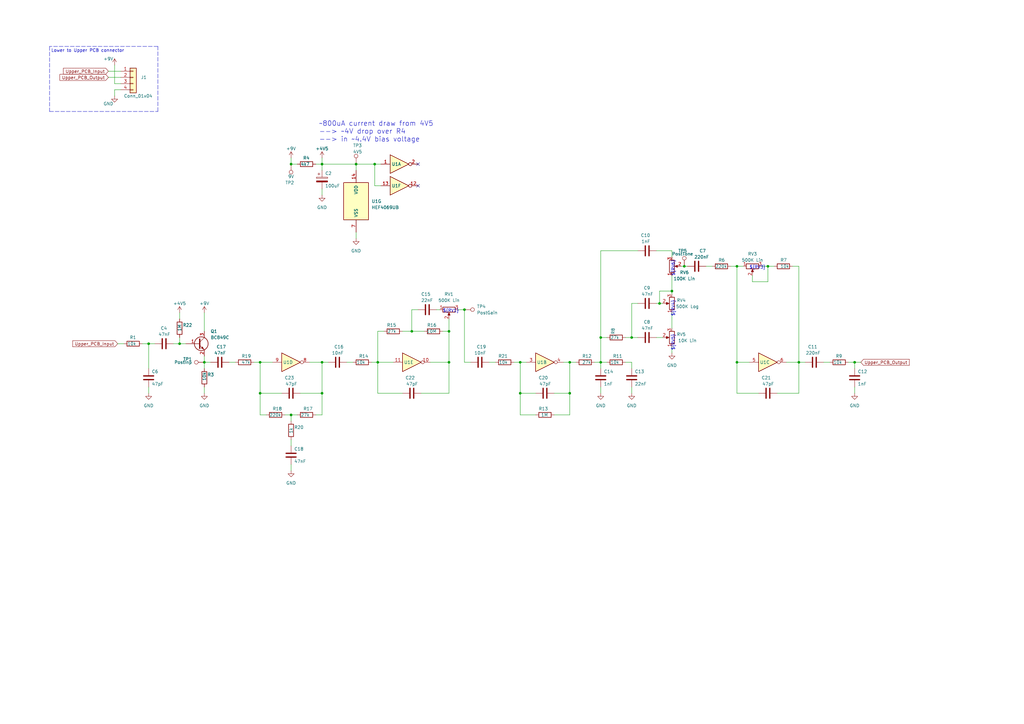
<source format=kicad_sch>
(kicad_sch (version 20211123) (generator eeschema)
  (paper "A3")
  (title_block (title "YOU WHAT?!") (date "2022-06-15") (company "Binary-6"))
  (lib_symbols
    (symbol "4xxx:4069" (pin_names (offset 1.016))
      (property "Reference" "U" (at 0 1.27 0))
      (property "Value" "4069" (at 0 -1.27 0))
      (symbol "4069_1_0"
        (polyline (pts (xy -3.81 3.81) (xy -3.81 -3.81) (xy 3.81 0) (xy -3.81 3.81)) (stroke (width 0.254)) (fill (type background)))
        (pin input line (at -7.62 0 0) (length 3.81) (name "~") (number "1"))
        (pin output inverted (at 7.62 0 180) (length 3.81) (name "~") (number "2"))
      )
      (symbol "4069_2_0"
        (polyline (pts (xy -3.81 3.81) (xy -3.81 -3.81) (xy 3.81 0) (xy -3.81 3.81)) (stroke (width 0.254)) (fill (type background)))
        (pin input line (at -7.62 0 0) (length 3.81) (name "~") (number "3"))
        (pin output inverted (at 7.62 0 180) (length 3.81) (name "~") (number "4"))
      )
      (symbol "4069_3_0"
        (polyline (pts (xy -3.81 3.81) (xy -3.81 -3.81) (xy 3.81 0) (xy -3.81 3.81)) (stroke (width 0.254)) (fill (type background)))
        (pin input line (at -7.62 0 0) (length 3.81) (name "~") (number "5"))
        (pin output inverted (at 7.62 0 180) (length 3.81) (name "~") (number "6"))
      )
      (symbol "4069_4_0"
        (polyline (pts (xy -3.81 3.81) (xy -3.81 -3.81) (xy 3.81 0) (xy -3.81 3.81)) (stroke (width 0.254)) (fill (type background)))
        (pin output inverted (at 7.62 0 180) (length 3.81) (name "~") (number "8"))
        (pin input line (at -7.62 0 0) (length 3.81) (name "~") (number "9"))
      )
      (symbol "4069_5_0"
        (polyline (pts (xy -3.81 3.81) (xy -3.81 -3.81) (xy 3.81 0) (xy -3.81 3.81)) (stroke (width 0.254)) (fill (type background)))
        (pin output inverted (at 7.62 0 180) (length 3.81) (name "~") (number "10"))
        (pin input line (at -7.62 0 0) (length 3.81) (name "~") (number "11"))
      )
      (symbol "4069_6_0"
        (polyline (pts (xy -3.81 3.81) (xy -3.81 -3.81) (xy 3.81 0) (xy -3.81 3.81)) (stroke (width 0.254)) (fill (type background)))
        (pin output inverted (at 7.62 0 180) (length 3.81) (name "~") (number "12"))
        (pin input line (at -7.62 0 0) (length 3.81) (name "~") (number "13"))
      )
      (symbol "4069_7_0"
        (pin power_in line (at 0 12.7 270) (length 5.08) (name "VDD") (number "14"))
        (pin power_in line (at 0 -12.7 90) (length 5.08) (name "VSS") (number "7"))
      )
      (symbol "4069_7_1"
        (rectangle (start -5.08 7.62) (end 5.08 -7.62) (stroke (width 0.254)) (fill (type background)))
      )
    )
    (symbol "Connector:TestPoint" (pin_numbers hide) (pin_names (offset 0.762) hide)
      (property "Reference" "TP" (at 0 6.858 0))
      (property "Value" "TestPoint" (at 0 5.08 0))
      (symbol "TestPoint_0_1"
        (circle (center 0 3.302) (radius 0.762))
      )
      (symbol "TestPoint_1_1"
        (pin passive line (at 0 0 90) (length 2.54) (name "1") (number "1"))
      )
    )
    (symbol "Connector_Generic:Conn_01x04" (pin_names (offset 1.016) hide)
      (property "Reference" "J" (at 0 5.08 0))
      (property "Value" "Conn_01x04" (at 0 -7.62 0))
      (symbol "Conn_01x04_1_1"
        (rectangle (start -1.27 -4.953) (end 0 -5.207) (stroke (width 0.1524)))
        (rectangle (start -1.27 -2.413) (end 0 -2.667) (stroke (width 0.1524)))
        (rectangle (start -1.27 0.127) (end 0 -0.127) (stroke (width 0.1524)))
        (rectangle (start -1.27 2.667) (end 0 2.413) (stroke (width 0.1524)))
        (rectangle (start -1.27 3.81) (end 1.27 -6.35) (stroke (width 0.254)) (fill (type background)))
        (pin passive line (at -5.08 2.54 0) (length 3.81) (name "Pin_1") (number "1"))
        (pin passive line (at -5.08 0 0) (length 3.81) (name "Pin_2") (number "2"))
        (pin passive line (at -5.08 -2.54 0) (length 3.81) (name "Pin_3") (number "3"))
        (pin passive line (at -5.08 -5.08 0) (length 3.81) (name "Pin_4") (number "4"))
      )
    )
    (symbol "Device:C" (pin_numbers hide) (pin_names (offset 0.254))
      (property "Reference" "C" (at 0.635 2.54 0))
      (property "Value" "C" (at 0.635 -2.54 0))
      (symbol "C_0_1"
        (polyline (pts (xy -2.032 -0.762) (xy 2.032 -0.762)) (stroke (width 0.508)))
        (polyline (pts (xy -2.032 0.762) (xy 2.032 0.762)) (stroke (width 0.508)))
      )
      (symbol "C_1_1"
        (pin passive line (at 0 3.81 270) (length 2.794) (name "~") (number "1"))
        (pin passive line (at 0 -3.81 90) (length 2.794) (name "~") (number "2"))
      )
    )
    (symbol "Device:C_Polarized" (pin_numbers hide) (pin_names (offset 0.254))
      (property "Reference" "C" (at 0.635 2.54 0))
      (property "Value" "C_Polarized" (at 0.635 -2.54 0))
      (symbol "C_Polarized_0_1"
        (rectangle (start -2.286 0.508) (end 2.286 1.016))
        (polyline (pts (xy -1.778 2.286) (xy -0.762 2.286)))
        (polyline (pts (xy -1.27 2.794) (xy -1.27 1.778)))
        (rectangle (start 2.286 -0.508) (end -2.286 -1.016) (fill (type outline)))
      )
      (symbol "C_Polarized_1_1"
        (pin passive line (at 0 3.81 270) (length 2.794) (name "~") (number "1"))
        (pin passive line (at 0 -3.81 90) (length 2.794) (name "~") (number "2"))
      )
    )
    (symbol "Device:R" (pin_numbers hide) (pin_names (offset 0))
      (property "Reference" "R" (at 2.032 0 90))
      (property "Value" "R" (at 0 0 90))
      (symbol "R_0_1"
        (rectangle (start -1.016 -2.54) (end 1.016 2.54) (stroke (width 0.254)))
      )
      (symbol "R_1_1"
        (pin passive line (at 0 3.81 270) (length 1.27) (name "~") (number "1"))
        (pin passive line (at 0 -3.81 90) (length 1.27) (name "~") (number "2"))
      )
    )
    (symbol "Device:R_Potentiometer" (pin_names (offset 1.016) hide)
      (property "Reference" "RV" (at -4.445 0 90))
      (property "Value" "R_Potentiometer" (at -2.54 0 90))
      (symbol "R_Potentiometer_0_1"
        (polyline (pts (xy 2.54 0) (xy 1.524 0)))
        (polyline (pts (xy 1.143 0) (xy 2.286 0.508) (xy 2.286 -0.508) (xy 1.143 0)) (fill (type outline)))
        (rectangle (start 1.016 2.54) (end -1.016 -2.54) (stroke (width 0.254)))
      )
      (symbol "R_Potentiometer_1_1"
        (pin passive line (at 0 3.81 270) (length 1.27) (name "1") (number "1"))
        (pin passive line (at 3.81 0 180) (length 1.27) (name "2") (number "2"))
        (pin passive line (at 0 -3.81 90) (length 1.27) (name "3") (number "3"))
      )
    )
    (symbol "MeineBibli:+4V5" (power) (pin_names (offset 0))
      (property "Value" "+4V5" (at 0 3.556 0))
      (symbol "+4V5_0_1"
        (polyline (pts (xy -0.762 1.27) (xy 0 2.54)))
        (polyline (pts (xy 0 0) (xy 0 2.54)))
        (polyline (pts (xy 0 2.54) (xy 0.762 1.27)))
      )
      (symbol "+4V5_1_1"
        (pin power_in line (at 0 0 90) (length 0) hide (name "+4V5") (number "1"))
      )
    )
    (symbol "Transistor_BJT:BC849" (pin_names (offset 0) hide)
      (property "Reference" "Q" (at 5.08 1.905 0))
      (property "Value" "BC849" (at 5.08 0 0))
      (symbol "BC849_0_1"
        (polyline (pts (xy 0.635 0.635) (xy 2.54 2.54)))
        (polyline (pts (xy 0.635 -0.635) (xy 2.54 -2.54) (xy 2.54 -2.54)))
        (polyline (pts (xy 0.635 1.905) (xy 0.635 -1.905) (xy 0.635 -1.905)) (stroke (width 0.508)))
        (polyline (pts (xy 1.27 -1.778) (xy 1.778 -1.27) (xy 2.286 -2.286) (xy 1.27 -1.778) (xy 1.27 -1.778)) (fill (type outline)))
        (circle (center 1.27 0) (radius 2.8194) (stroke (width 0.254)))
      )
      (symbol "BC849_1_1"
        (pin input line (at -5.08 0 0) (length 5.715) (name "B") (number "1"))
        (pin passive line (at 2.54 -5.08 90) (length 2.54) (name "E") (number "2"))
        (pin passive line (at 2.54 5.08 270) (length 2.54) (name "C") (number "3"))
      )
    )
    (symbol "power:+9V" (power) (pin_names (offset 0))
      (property "Value" "+9V" (at 0 3.556 0))
      (symbol "+9V_0_1"
        (polyline (pts (xy -0.762 1.27) (xy 0 2.54)))
        (polyline (pts (xy 0 0) (xy 0 2.54)))
        (polyline (pts (xy 0 2.54) (xy 0.762 1.27)))
      )
      (symbol "+9V_1_1"
        (pin power_in line (at 0 0 90) (length 0) hide (name "+9V") (number "1"))
      )
    )
    (symbol "power:GND" (power) (pin_names (offset 0))
      (property "Value" "GND" (at 0 -3.81 0))
      (symbol "GND_0_1"
        (polyline (pts (xy 0 0) (xy 0 -1.27) (xy 1.27 -1.27) (xy 0 -2.54) (xy -1.27 -1.27) (xy 0 -1.27)))
      )
      (symbol "GND_1_1"
        (pin power_in line (at 0 0 270) (length 0) hide (name "GND") (number "1"))
      )
    )
  )
  (junction (at 184.15 135.89))
  (junction (at 153.67 67.31))
  (junction (at 314.96 109.22))
  (junction (at 233.68 148.59))
  (junction (at 119.38 170.18))
  (junction (at 168.91 135.89))
  (junction (at 73.66 140.97))
  (junction (at 233.68 161.29))
  (junction (at 213.36 148.59))
  (junction (at 302.26 148.59))
  (junction (at 119.38 67.31))
  (junction (at 275.59 119.38))
  (junction (at 83.82 148.59))
  (junction (at 327.66 148.59))
  (junction (at 259.08 138.43))
  (junction (at 132.08 161.29))
  (junction (at 280.67 109.22))
  (junction (at 246.38 148.59))
  (junction (at 213.36 161.29))
  (junction (at 106.68 161.29))
  (junction (at 132.08 67.31))
  (junction (at 270.51 124.46))
  (junction (at 132.08 148.59))
  (junction (at 302.26 109.22))
  (junction (at 190.5 127))
  (junction (at 350.52 148.59))
  (junction (at 60.96 140.97))
  (junction (at 246.38 138.43))
  (junction (at 154.94 148.59))
  (junction (at 106.68 148.59))
  (junction (at 184.15 148.59))
  (junction (at 146.05 67.31))
  (no_connect (at 171.45 67.31))
  (no_connect (at 171.45 76.2))
  (wire (pts (xy 256.54 138.43) (xy 259.08 138.43)))
  (wire (pts (xy 83.82 146.05) (xy 83.82 148.59)))
  (polyline (pts (xy 64.77 45.72) (xy 64.77 19.05)))
  (wire (pts (xy 275.59 128.27) (xy 275.59 134.62)))
  (wire (pts (xy 302.26 148.59) (xy 302.26 161.29)))
  (wire (pts (xy 49.53 36.83) (xy 46.99 36.83)))
  (wire (pts (xy 132.08 148.59) (xy 132.08 161.29)))
  (wire (pts (xy 246.38 148.59) (xy 246.38 138.43)))
  (wire (pts (xy 270.51 119.38) (xy 275.59 119.38)))
  (wire (pts (xy 60.96 158.75) (xy 60.96 161.29)))
  (wire (pts (xy 96.52 148.59) (xy 93.98 148.59)))
  (wire (pts (xy 256.54 148.59) (xy 259.08 148.59)))
  (wire (pts (xy 259.08 148.59) (xy 259.08 151.13)))
  (wire (pts (xy 176.53 148.59) (xy 184.15 148.59)))
  (wire (pts (xy 129.54 67.31) (xy 132.08 67.31)))
  (wire (pts (xy 119.38 67.31) (xy 121.92 67.31)))
  (wire (pts (xy 227.33 170.18) (xy 233.68 170.18)))
  (wire (pts (xy 76.2 140.97) (xy 73.66 140.97)))
  (wire (pts (xy 154.94 161.29) (xy 165.1 161.29)))
  (wire (pts (xy 83.82 128.27) (xy 83.82 135.89)))
  (wire (pts (xy 270.51 124.46) (xy 270.51 119.38)))
  (wire (pts (xy 154.94 148.59) (xy 161.29 148.59)))
  (wire (pts (xy 269.24 124.46) (xy 270.51 124.46)))
  (wire (pts (xy 46.99 26.67) (xy 46.99 34.29)))
  (wire (pts (xy 106.68 161.29) (xy 106.68 170.18)))
  (wire (pts (xy 289.56 109.22) (xy 292.1 109.22)))
  (wire (pts (xy 156.21 76.2) (xy 153.67 76.2)))
  (wire (pts (xy 106.68 148.59) (xy 111.76 148.59)))
  (wire (pts (xy 48.26 140.97) (xy 50.8 140.97)))
  (wire (pts (xy 327.66 109.22) (xy 327.66 148.59)))
  (wire (pts (xy 314.96 109.22) (xy 317.5 109.22)))
  (wire (pts (xy 302.26 161.29) (xy 311.15 161.29)))
  (wire (pts (xy 318.77 161.29) (xy 327.66 161.29)))
  (wire (pts (xy 350.52 158.75) (xy 350.52 161.29)))
  (wire (pts (xy 246.38 138.43) (xy 248.92 138.43)))
  (wire (pts (xy 154.94 135.89) (xy 154.94 148.59)))
  (wire (pts (xy 119.38 67.31) (xy 119.38 64.77)))
  (wire (pts (xy 275.59 102.87) (xy 275.59 105.41)))
  (wire (pts (xy 233.68 161.29) (xy 233.68 148.59)))
  (wire (pts (xy 146.05 95.25) (xy 146.05 97.79)))
  (wire (pts (xy 213.36 148.59) (xy 215.9 148.59)))
  (polyline (pts (xy 20.32 45.72) (xy 64.77 45.72)))
  (wire (pts (xy 132.08 67.31) (xy 146.05 67.31)))
  (wire (pts (xy 243.84 148.59) (xy 246.38 148.59)))
  (wire (pts (xy 146.05 67.31) (xy 153.67 67.31)))
  (wire (pts (xy 119.38 190.5) (xy 119.38 193.04)))
  (wire (pts (xy 210.82 148.59) (xy 213.36 148.59)))
  (polyline (pts (xy 64.77 19.05) (xy 20.32 19.05)))
  (wire (pts (xy 73.66 128.27) (xy 73.66 130.81)))
  (wire (pts (xy 152.4 148.59) (xy 154.94 148.59)))
  (wire (pts (xy 312.42 109.22) (xy 314.96 109.22)))
  (wire (pts (xy 246.38 102.87) (xy 246.38 138.43)))
  (wire (pts (xy 184.15 161.29) (xy 184.15 148.59)))
  (wire (pts (xy 233.68 148.59) (xy 236.22 148.59)))
  (wire (pts (xy 190.5 127) (xy 190.5 148.59)))
  (wire (pts (xy 154.94 135.89) (xy 157.48 135.89)))
  (wire (pts (xy 123.19 161.29) (xy 132.08 161.29)))
  (wire (pts (xy 314.96 115.57) (xy 314.96 109.22)))
  (wire (pts (xy 172.72 161.29) (xy 184.15 161.29)))
  (wire (pts (xy 104.14 148.59) (xy 106.68 148.59)))
  (wire (pts (xy 184.15 135.89) (xy 184.15 130.81)))
  (wire (pts (xy 246.38 158.75) (xy 246.38 161.29)))
  (wire (pts (xy 259.08 124.46) (xy 259.08 138.43)))
  (wire (pts (xy 219.71 170.18) (xy 213.36 170.18)))
  (wire (pts (xy 119.38 170.18) (xy 119.38 172.72)))
  (wire (pts (xy 299.72 109.22) (xy 302.26 109.22)))
  (wire (pts (xy 302.26 109.22) (xy 302.26 148.59)))
  (wire (pts (xy 308.61 113.03) (xy 308.61 115.57)))
  (wire (pts (xy 327.66 148.59) (xy 330.2 148.59)))
  (wire (pts (xy 213.36 148.59) (xy 213.36 161.29)))
  (wire (pts (xy 322.58 148.59) (xy 327.66 148.59)))
  (wire (pts (xy 246.38 102.87) (xy 261.62 102.87)))
  (wire (pts (xy 60.96 140.97) (xy 60.96 151.13)))
  (wire (pts (xy 200.66 148.59) (xy 203.2 148.59)))
  (wire (pts (xy 119.38 170.18) (xy 121.92 170.18)))
  (wire (pts (xy 168.91 135.89) (xy 173.99 135.89)))
  (wire (pts (xy 132.08 64.77) (xy 132.08 67.31)))
  (wire (pts (xy 44.45 31.75) (xy 49.53 31.75)))
  (wire (pts (xy 302.26 148.59) (xy 307.34 148.59)))
  (wire (pts (xy 119.38 180.34) (xy 119.38 182.88)))
  (wire (pts (xy 153.67 76.2) (xy 153.67 67.31)))
  (wire (pts (xy 280.67 109.22) (xy 281.94 109.22)))
  (wire (pts (xy 106.68 161.29) (xy 115.57 161.29)))
  (wire (pts (xy 337.82 148.59) (xy 340.36 148.59)))
  (wire (pts (xy 60.96 140.97) (xy 63.5 140.97)))
  (wire (pts (xy 259.08 138.43) (xy 261.62 138.43)))
  (wire (pts (xy 269.24 138.43) (xy 271.78 138.43)))
  (wire (pts (xy 279.4 109.22) (xy 280.67 109.22)))
  (wire (pts (xy 129.54 170.18) (xy 132.08 170.18)))
  (wire (pts (xy 302.26 109.22) (xy 304.8 109.22)))
  (wire (pts (xy 106.68 170.18) (xy 109.22 170.18)))
  (wire (pts (xy 46.99 36.83) (xy 46.99 39.37)))
  (wire (pts (xy 347.98 148.59) (xy 350.52 148.59)))
  (wire (pts (xy 270.51 124.46) (xy 271.78 124.46)))
  (wire (pts (xy 132.08 77.47) (xy 132.08 80.01)))
  (wire (pts (xy 325.12 109.22) (xy 327.66 109.22)))
  (wire (pts (xy 275.59 113.03) (xy 275.59 119.38)))
  (wire (pts (xy 187.96 127) (xy 190.5 127)))
  (wire (pts (xy 227.33 161.29) (xy 233.68 161.29)))
  (wire (pts (xy 116.84 170.18) (xy 119.38 170.18)))
  (wire (pts (xy 71.12 140.97) (xy 73.66 140.97)))
  (wire (pts (xy 73.66 140.97) (xy 73.66 138.43)))
  (wire (pts (xy 190.5 148.59) (xy 193.04 148.59)))
  (wire (pts (xy 83.82 158.75) (xy 83.82 161.29)))
  (wire (pts (xy 246.38 151.13) (xy 246.38 148.59)))
  (wire (pts (xy 44.45 29.21) (xy 49.53 29.21)))
  (wire (pts (xy 132.08 67.31) (xy 132.08 69.85)))
  (wire (pts (xy 213.36 170.18) (xy 213.36 161.29)))
  (wire (pts (xy 142.24 148.59) (xy 144.78 148.59)))
  (wire (pts (xy 246.38 148.59) (xy 248.92 148.59)))
  (wire (pts (xy 184.15 135.89) (xy 184.15 148.59)))
  (wire (pts (xy 233.68 170.18) (xy 233.68 161.29)))
  (wire (pts (xy 165.1 135.89) (xy 168.91 135.89)))
  (wire (pts (xy 259.08 158.75) (xy 259.08 161.29)))
  (wire (pts (xy 327.66 161.29) (xy 327.66 148.59)))
  (wire (pts (xy 146.05 67.31) (xy 146.05 69.85)))
  (wire (pts (xy 213.36 161.29) (xy 219.71 161.29)))
  (wire (pts (xy 83.82 148.59) (xy 83.82 151.13)))
  (wire (pts (xy 261.62 124.46) (xy 259.08 124.46)))
  (wire (pts (xy 132.08 148.59) (xy 134.62 148.59)))
  (wire (pts (xy 275.59 142.24) (xy 275.59 144.78)))
  (wire (pts (xy 132.08 148.59) (xy 127 148.59)))
  (wire (pts (xy 154.94 148.59) (xy 154.94 161.29)))
  (wire (pts (xy 46.99 34.29) (xy 49.53 34.29)))
  (wire (pts (xy 171.45 127) (xy 168.91 127)))
  (wire (pts (xy 106.68 148.59) (xy 106.68 161.29)))
  (wire (pts (xy 350.52 148.59) (xy 353.06 148.59)))
  (wire (pts (xy 132.08 161.29) (xy 132.08 170.18)))
  (wire (pts (xy 58.42 140.97) (xy 60.96 140.97)))
  (wire (pts (xy 269.24 102.87) (xy 275.59 102.87)))
  (wire (pts (xy 275.59 119.38) (xy 275.59 120.65)))
  (wire (pts (xy 179.07 127) (xy 180.34 127)))
  (wire (pts (xy 233.68 148.59) (xy 231.14 148.59)))
  (polyline (pts (xy 20.32 19.05) (xy 20.32 45.72)))
  (wire (pts (xy 153.67 67.31) (xy 156.21 67.31)))
  (wire (pts (xy 83.82 148.59) (xy 86.36 148.59)))
  (wire (pts (xy 350.52 148.59) (xy 350.52 151.13)))
  (wire (pts (xy 308.61 115.57) (xy 314.96 115.57)))
  (wire (pts (xy 181.61 135.89) (xy 184.15 135.89)))
  (wire (pts (xy 168.91 127) (xy 168.91 135.89)))
  (text "${RV5}" (at 276.86 137.16 270) (effects (font (size 1.27 1.27)) (justify right bottom)))
  (text "${RV3}" (at 307.34 110.49 0) (effects (font (size 1.27 1.27)) (justify left bottom)))
  (text "${RV6}" (at 276.86 106.68 270) (effects (font (size 1.27 1.27)) (justify right bottom)))
  (text "${RV1}" (at 181.61 128.27 0) (effects (font (size 1.27 1.27)) (justify left bottom)))
  (text "Lower to Upper PCB connector" (at 20.955 21.59 0) (effects (font (size 1.27 1.27)) (justify left bottom)))
  (text "${RV4}" (at 276.86 123.19 270) (effects (font (size 1.27 1.27)) (justify right bottom)))
  (text "~800uA current draw from 4V5\n--> ~4V drop over R4\n--> in ~4.4V bias voltage" (at 130.81 58.42 0) (effects (font (size 2 2)) (justify left bottom)))
  (global_label "Upper_PCB_Input" (shape input) (at 44.45 29.21 180) (property "Intersheet References" "${INTERSHEET_REFS}" (effects hide)))
  (global_label "Upper_PCB_Input" (shape input) (at 48.26 140.97 180) (property "Intersheet References" "${INTERSHEET_REFS}" (effects hide)))
  (global_label "Upper_PCB_Output" (shape input) (at 353.06 148.59 0) (property "Intersheet References" "${INTERSHEET_REFS}" (effects hide)))
  (global_label "Upper_PCB_Output" (shape input) (at 44.45 31.75 180) (property "Intersheet References" "${INTERSHEET_REFS}" (effects hide)))
  (symbol (lib_id "MeineBibli:+4V5") (at 132.08 64.77 0) (unit 1)
    (property "Reference" "#PWR0107" (effects hide))
    (property "Value" "+4V5" (at 132.08 60.96 0))
  )
  (symbol (lib_id "MeineBibli:+4V5") (at 73.66 128.27 0) (unit 1)
    (property "Reference" "#PWR0111" (effects hide))
    (property "Value" "+4V5" (at 73.66 124.46 0))
  )
  (symbol (lib_id "Device:R") (at 295.91 109.22 270) (unit 1)
    (property "Reference" "R6" (at 294.64 106.68 90) (effects (justify left)))
    (property "Value" "220k" (at 293.37 109.22 90) (effects (justify left)))
    (property "Footprint" "Resistor_SMD:R_0603_1608Metric" (effects hide))
    (property "LCSC" "C22961" (effects hide))
  )
  (symbol (lib_id "Device:R") (at 119.38 176.53 0) (unit 1)
    (property "Reference" "R20" (at 120.65 175.26 0) (effects (justify left)))
    (property "Value" "1k" (at 119.38 177.8 90) (effects (justify left)))
    (property "Footprint" "Resistor_SMD:R_0603_1608Metric" (effects hide))
    (property "LCSC" "C21190" (effects hide))
  )
  (symbol (lib_id "Device:C") (at 265.43 138.43 90) (unit 1)
    (property "Reference" "C8" (at 266.7 132.08 90) (effects (justify left)))
    (property "Value" "47nF" (at 267.97 134.62 90) (effects (justify left)))
    (property "Footprint" "Capacitor_SMD:C_0603_1608Metric" (effects hide))
    (property "LCSC" "C1622" (effects hide))
  )
  (symbol (lib_id "Device:C") (at 138.43 148.59 90) (unit 1)
    (property "Reference" "C16" (at 140.97 142.24 90) (effects (justify left)))
    (property "Value" "10nF" (at 140.97 144.78 90) (effects (justify left)))
    (property "Footprint" "Capacitor_SMD:C_0603_1608Metric" (effects hide))
    (property "LCSC" "C57112" (effects hide))
  )
  (symbol (lib_id "4xxx:4069") (at 314.96 148.59 0) (unit 3)
    (property "Reference" "U1" (at 313.69 148.59 0))
    (property "Value" "HEF4069UB" (effects hide))
    (property "Footprint" "Package_SO:SOIC-14_3.9x8.7mm_P1.27mm" (effects hide))
    (property "Datasheet" "https://assets.nexperia.com/documents/data-sheet/HEF4069UB.pdf" (effects hide))
    (property "LCSC" "C6739" (effects hide))
  )
  (symbol (lib_id "Connector:TestPoint") (at 280.67 109.22 0) (unit 1) (in_bom no)
    (property "Reference" "TP5" (at 278.13 102.87 0) (effects (justify left)))
    (property "Value" "PostTone" (at 275.59 104.14 0) (effects (justify left)))
    (property "Footprint" "TestPoint:TestPoint_Pad_D2.0mm" (effects hide))
  )
  (symbol (lib_id "Device:R") (at 223.52 170.18 90) (unit 1)
    (property "Reference" "R13" (at 224.79 167.64 90) (effects (justify left)))
    (property "Value" "1M" (at 224.79 170.18 90) (effects (justify left)))
    (property "Footprint" "Resistor_SMD:R_0603_1608Metric" (effects hide))
    (property "LCSC" "C22935" (effects hide))
  )
  (symbol (lib_id "Device:C") (at 119.38 161.29 90) (unit 1)
    (property "Reference" "C23" (at 120.65 154.94 90) (effects (justify left)))
    (property "Value" "47pF" (at 121.92 157.4799 90) (effects (justify left)))
    (property "Footprint" "Capacitor_SMD:C_0603_1608Metric" (effects hide))
    (property "LCSC" "C1671" (effects hide))
  )
  (symbol (lib_id "power:GND") (at 350.52 161.29 0) (unit 1)
    (property "Reference" "#PWR0105" (effects hide))
    (property "Value" "GND" (at 350.52 166.37 0))
  )
  (symbol (lib_id "Device:R") (at 252.73 138.43 90) (unit 1)
    (property "Reference" "R8" (at 251.46 137.16 0) (effects (justify left)))
    (property "Value" "27k" (at 254 138.43 90) (effects (justify left)))
    (property "Footprint" "Resistor_SMD:R_0603_1608Metric" (effects hide))
    (property "LCSC" "C22967" (effects hide))
  )
  (symbol (lib_id "power:GND") (at 146.05 97.79 0) (unit 1)
    (property "Reference" "#PWR0109" (effects hide))
    (property "Value" "GND" (at 146.05 102.87 0))
  )
  (symbol (lib_id "power:GND") (at 275.59 144.78 0) (unit 1)
    (property "Reference" "#PWR0104" (effects hide))
    (property "Value" "GND" (at 275.59 149.86 0))
  )
  (symbol (lib_id "Device:C") (at 350.52 154.94 0) (unit 1)
    (property "Reference" "C12" (at 351.79 152.4 0) (effects (justify left)))
    (property "Value" "1nF" (at 351.79 157.48 0) (effects (justify left)))
    (property "Footprint" "Capacitor_SMD:C_0603_1608Metric" (effects hide))
    (property "LCSC" "C1588" (effects hide))
  )
  (symbol (lib_id "power:GND") (at 83.82 161.29 0) (unit 1)
    (property "Reference" "#PWR0113" (effects hide))
    (property "Value" "GND" (at 83.82 166.37 0))
  )
  (symbol (lib_id "Device:R_Potentiometer") (at 275.59 138.43 180) (unit 1)
    (property "Reference" "RV5" (at 279.4 137.16 0))
    (property "Value" "10K Lin" (at 281.94 139.7 0))
    (property "Footprint" "MeineBib:Potentiometer_Alpha_RD901F-40-00D_Single_Vertical" (effects hide))
  )
  (symbol (lib_id "Connector:TestPoint") (at 119.38 67.31 180) (unit 1) (in_bom no)
    (property "Reference" "TP2" (at 120.65 74.93 0) (effects (justify left)))
    (property "Value" "9V" (at 120.65 72.39 0) (effects (justify left)))
    (property "Footprint" "TestPoint:TestPoint_Pad_D2.0mm" (effects hide))
  )
  (symbol (lib_id "Device:R") (at 83.82 154.94 0) (unit 1)
    (property "Reference" "R3" (at 85.09 153.67 0) (effects (justify left)))
    (property "Value" "10k" (at 83.82 156.21 90) (effects (justify left)))
    (property "Footprint" "Resistor_SMD:R_0603_1608Metric" (effects hide))
    (property "LCSC" "C25804" (effects hide))
  )
  (symbol (lib_id "Device:C_Polarized") (at 132.08 73.66 0) (unit 1)
    (property "Reference" "C2" (at 133.35 71.12 0) (effects (justify left)))
    (property "Value" "100uF" (at 133.35 76.2 0) (effects (justify left)))
    (property "Footprint" "Capacitor_SMD:CP_Elec_6.3x5.3" (effects hide))
    (property "LCSC" "C134723" (effects hide))
  )
  (symbol (lib_id "power:GND") (at 119.38 193.04 0) (unit 1)
    (property "Reference" "#PWR0103" (effects hide))
    (property "Value" "GND" (at 119.38 198.12 0))
  )
  (symbol (lib_id "power:GND") (at 246.38 161.29 0) (unit 1)
    (property "Reference" "#PWR0101" (effects hide))
    (property "Value" "GND" (at 246.38 166.37 0))
  )
  (symbol (lib_id "Device:C") (at 265.43 102.87 90) (unit 1)
    (property "Reference" "C10" (at 266.7 96.52 90) (effects (justify left)))
    (property "Value" "1nF" (at 266.7 99.06 90) (effects (justify left)))
    (property "Footprint" "Capacitor_SMD:C_0603_1608Metric" (effects hide))
    (property "LCSC" "C1588" (effects hide))
  )
  (symbol (lib_id "Device:C") (at 60.96 154.94 0) (unit 1)
    (property "Reference" "C6" (at 62.23 152.4 0) (effects (justify left)))
    (property "Value" "47pF" (at 62.23 157.48 0) (effects (justify left)))
    (property "Footprint" "Capacitor_SMD:C_0603_1608Metric" (effects hide))
    (property "LCSC" "C1671" (effects hide))
  )
  (symbol (lib_id "Connector_Generic:Conn_01x04") (at 54.61 31.75 0) (unit 1)
    (property "Reference" "J1" (at 57.785 31.7499 0) (effects (justify left)))
    (property "Value" "Conn_01x04" (at 50.8 39.37 0) (effects (justify left)))
    (property "Footprint" "Connector_JST:JST_XH_B4B-XH-A_1x04_P2.50mm_Vertical" (effects hide))
    (property "LCSC" "C144395" (effects hide))
  )
  (symbol (lib_id "Device:C") (at 196.85 148.59 90) (unit 1)
    (property "Reference" "C19" (at 199.39 142.24 90) (effects (justify left)))
    (property "Value" "10nF" (at 199.39 144.78 90) (effects (justify left)))
    (property "Footprint" "Capacitor_SMD:C_0603_1608Metric" (effects hide))
    (property "LCSC" "C57112" (effects hide))
  )
  (symbol (lib_id "power:GND") (at 46.99 39.37 0) (unit 1)
    (property "Reference" "#PWR04" (effects hide))
    (property "Value" "GND" (at 44.45 42.545 0))
  )
  (symbol (lib_id "Device:C") (at 67.31 140.97 90) (unit 1)
    (property "Reference" "C4" (at 68.58 134.62 90) (effects (justify left)))
    (property "Value" "47nF" (at 69.85 137.16 90) (effects (justify left)))
    (property "Footprint" "Capacitor_SMD:C_0603_1608Metric" (effects hide))
    (property "LCSC" "C1622" (effects hide))
  )
  (symbol (lib_id "Device:C") (at 334.01 148.59 90) (unit 1)
    (property "Reference" "C11" (at 335.28 142.24 90) (effects (justify left)))
    (property "Value" "220nF" (at 336.55 144.78 90) (effects (justify left)))
    (property "Footprint" "Capacitor_SMD:C_0603_1608Metric" (effects hide))
    (property "LCSC" "C21120 " (effects hide))
  )
  (symbol (lib_id "Device:R") (at 252.73 148.59 90) (unit 1)
    (property "Reference" "R11" (at 255.27 146.05 90) (effects (justify left)))
    (property "Value" "10k" (at 254 148.59 90) (effects (justify left)))
    (property "Footprint" "Resistor_SMD:R_0603_1608Metric" (effects hide))
    (property "LCSC" "C25804" (effects hide))
  )
  (symbol (lib_id "power:GND") (at 259.08 161.29 0) (unit 1)
    (property "Reference" "#PWR0102" (effects hide))
    (property "Value" "GND" (at 259.08 166.37 0))
  )
  (symbol (lib_id "Device:C") (at 119.38 186.69 0) (unit 1)
    (property "Reference" "C18" (at 120.65 184.15 0) (effects (justify left)))
    (property "Value" "47nF" (at 120.65 189.23 0) (effects (justify left)))
    (property "Footprint" "Capacitor_SMD:C_0603_1608Metric" (effects hide))
    (property "LCSC" "C1622" (effects hide))
  )
  (symbol (lib_id "Connector:TestPoint") (at 83.82 148.59 90) (unit 1) (in_bom no)
    (property "Reference" "TP1" (at 78.74 147.32 90) (effects (justify left)))
    (property "Value" "PostInp" (at 78.74 148.59 90) (effects (justify left)))
    (property "Footprint" "TestPoint:TestPoint_Pad_D2.0mm" (effects hide))
  )
  (symbol (lib_id "Device:R") (at 125.73 67.31 90) (unit 1)
    (property "Reference" "R4" (at 127 64.77 90) (effects (justify left)))
    (property "Value" "4k7" (at 127 67.31 90) (effects (justify left)))
    (property "Footprint" "Resistor_SMD:R_0603_1608Metric" (effects hide))
    (property "LCSC" "C23162" (effects hide))
  )
  (symbol (lib_id "Device:R") (at 344.17 148.59 90) (unit 1)
    (property "Reference" "R9" (at 345.44 146.05 90) (effects (justify left)))
    (property "Value" "10k" (at 345.44 148.59 90) (effects (justify left)))
    (property "Footprint" "Resistor_SMD:R_0603_1608Metric" (effects hide))
    (property "LCSC" "C25804" (effects hide))
  )
  (symbol (lib_id "Device:C") (at 168.91 161.29 90) (unit 1)
    (property "Reference" "C22" (at 170.18 154.94 90) (effects (justify left)))
    (property "Value" "47pF" (at 171.45 157.48 90) (effects (justify left)))
    (property "Footprint" "Capacitor_SMD:C_0603_1608Metric" (effects hide))
    (property "LCSC" "C1671" (effects hide))
  )
  (symbol (lib_id "Device:R") (at 100.33 148.59 270) (unit 1)
    (property "Reference" "R19" (at 99.06 146.05 90) (effects (justify left)))
    (property "Value" "47k" (at 99.06 148.59 90) (effects (justify left)))
    (property "Footprint" "Resistor_SMD:R_0603_1608Metric" (effects hide))
    (property "LCSC" "C25819" (effects hide))
  )
  (symbol (lib_id "4xxx:4069") (at 223.52 148.59 0) (unit 2)
    (property "Reference" "U1" (at 222.25 148.59 0))
    (property "Value" "HEF4069UB" (effects hide))
    (property "Footprint" "Package_SO:SOIC-14_3.9x8.7mm_P1.27mm" (effects hide))
    (property "Datasheet" "https://assets.nexperia.com/documents/data-sheet/HEF4069UB.pdf" (effects hide))
    (property "LCSC" "C6739" (effects hide))
  )
  (symbol (lib_id "4xxx:4069") (at 168.91 148.59 0) (unit 5)
    (property "Reference" "U1" (at 167.64 148.59 0))
    (property "Value" "HEF4069UB" (effects hide))
    (property "Footprint" "Package_SO:SOIC-14_3.9x8.7mm_P1.27mm" (effects hide))
    (property "Datasheet" "https://assets.nexperia.com/documents/data-sheet/HEF4069UB.pdf" (effects hide))
    (property "LCSC" "C6739" (effects hide))
  )
  (symbol (lib_id "Device:R") (at 54.61 140.97 90) (unit 1)
    (property "Reference" "R1" (at 55.88 138.43 90) (effects (justify left)))
    (property "Value" "10k" (at 55.88 140.97 90) (effects (justify left)))
    (property "Footprint" "Resistor_SMD:R_0603_1608Metric" (effects hide))
    (property "LCSC" "C25804" (effects hide))
  )
  (symbol (lib_id "Connector:TestPoint") (at 190.5 127 270) (unit 1) (in_bom no)
    (property "Reference" "TP4" (at 195.58 125.73 90) (effects (justify left)))
    (property "Value" "PostGain" (at 195.58 128.27 90) (effects (justify left)))
    (property "Footprint" "TestPoint:TestPoint_Pad_D2.0mm" (effects hide))
  )
  (symbol (lib_id "4xxx:4069") (at 163.83 67.31 0) (unit 1)
    (property "Reference" "U1" (at 162.56 67.31 0))
    (property "Value" "HEF4069UB" (effects hide))
    (property "Footprint" "Package_SO:SOIC-14_3.9x8.7mm_P1.27mm" (effects hide))
    (property "Datasheet" "https://assets.nexperia.com/documents/data-sheet/HEF4069UB.pdf" (effects hide))
    (property "LCSC" "C6739" (effects hide))
  )
  (symbol (lib_id "power:GND") (at 60.96 161.29 0) (unit 1)
    (property "Reference" "#PWR0110" (effects hide))
    (property "Value" "GND" (at 60.96 166.37 0))
  )
  (symbol (lib_id "power:+9V") (at 119.38 64.77 0) (unit 1)
    (property "Reference" "#PWR0106" (effects hide))
    (property "Value" "+9V" (at 119.38 60.96 0))
  )
  (symbol (lib_id "Transistor_BJT:BC849") (at 81.28 140.97 0) (unit 1)
    (property "Reference" "Q1" (at 86.36 135.89 0) (effects (justify left)))
    (property "Value" "BC849C" (at 86.36 138.43 0) (effects (justify left)))
    (property "Footprint" "Package_TO_SOT_SMD:SOT-23" (effects hide))
    (property "Datasheet" "https://assets.nexperia.com/documents/data-sheet/BC849_BC850.pdf" (effects hide))
    (property "Spice_Primitive" "X" (effects hide))
    (property "Spice_Model" "BC849C" (effects hide))
    (property "Spice_Netlist_Enabled" "Y" (effects hide))
    (property "Spice_Node_Sequence" "3 1 2" (effects hide))
    (property "Spice_Lib_File" "SPICE/BC849C.lib" (effects hide))
    (property "LCSC" "C334244" (effects hide))
  )
  (symbol (lib_id "Device:R") (at 113.03 170.18 270) (unit 1)
    (property "Reference" "R18" (at 111.76 167.64 90) (effects (justify left)))
    (property "Value" "220k" (at 110.49 170.18 90) (effects (justify left)))
    (property "Footprint" "Resistor_SMD:R_0603_1608Metric" (effects hide))
    (property "LCSC" "C22961" (effects hide))
  )
  (symbol (lib_id "Device:R") (at 73.66 134.62 0) (unit 1)
    (property "Reference" "R22" (at 74.93 133.35 0) (effects (justify left)))
    (property "Value" "1M" (at 73.66 135.89 90) (effects (justify left)))
    (property "Footprint" "Resistor_SMD:R_0603_1608Metric" (effects hide))
    (property "LCSC" "C22935" (effects hide))
  )
  (symbol (lib_id "4xxx:4069") (at 163.83 76.2 0) (unit 6)
    (property "Reference" "U1" (at 162.56 76.2 0))
    (property "Value" "HEF4069UB" (effects hide))
    (property "Footprint" "Package_SO:SOIC-14_3.9x8.7mm_P1.27mm" (effects hide))
    (property "Datasheet" "https://assets.nexperia.com/documents/data-sheet/HEF4069UB.pdf" (effects hide))
    (property "LCSC" "C6739" (effects hide))
  )
  (symbol (lib_id "Device:C") (at 223.52 161.29 90) (unit 1)
    (property "Reference" "C20" (at 224.79 154.94 90) (effects (justify left)))
    (property "Value" "47pF" (at 226.06 157.48 90) (effects (justify left)))
    (property "Footprint" "Capacitor_SMD:C_0603_1608Metric" (effects hide))
    (property "LCSC" "C1671" (effects hide))
  )
  (symbol (lib_id "Device:C") (at 175.26 127 270) (unit 1)
    (property "Reference" "C15" (at 172.72 120.65 90) (effects (justify left)))
    (property "Value" "22nF" (at 172.72 123.19 90) (effects (justify left)))
    (property "Footprint" "Capacitor_SMD:C_0603_1608Metric" (effects hide))
    (property "LCSC" "C21122" (effects hide))
  )
  (symbol (lib_id "Device:C") (at 265.43 124.46 90) (unit 1)
    (property "Reference" "C9" (at 266.7 118.11 90) (effects (justify left)))
    (property "Value" "47nF" (at 267.97 120.65 90) (effects (justify left)))
    (property "Footprint" "Capacitor_SMD:C_0603_1608Metric" (effects hide))
    (property "LCSC" "C1622" (effects hide))
  )
  (symbol (lib_id "Device:C") (at 285.75 109.22 90) (unit 1)
    (property "Reference" "C7" (at 289.56 102.87 90) (effects (justify left)))
    (property "Value" "220nF" (at 290.83 105.41 90) (effects (justify left)))
    (property "Footprint" "Capacitor_SMD:C_0603_1608Metric" (effects hide))
    (property "LCSC" "C21120 " (effects hide))
  )
  (symbol (lib_id "Device:R_Potentiometer") (at 275.59 124.46 180) (unit 1)
    (property "Reference" "RV4" (at 279.4 123.19 0))
    (property "Value" "500K Log" (at 281.94 125.73 0))
    (property "Footprint" "MeineBib:Potentiometer_Alpha_RD901F-40-00D_Single_Vertical" (effects hide))
  )
  (symbol (lib_id "power:GND") (at 132.08 80.01 0) (unit 1)
    (property "Reference" "#PWR0108" (effects hide))
    (property "Value" "GND" (at 132.08 85.09 0))
  )
  (symbol (lib_id "Device:R") (at 148.59 148.59 90) (unit 1)
    (property "Reference" "R14" (at 151.13 146.05 90) (effects (justify left)))
    (property "Value" "10k" (at 149.86 148.59 90) (effects (justify left)))
    (property "Footprint" "Resistor_SMD:R_0603_1608Metric" (effects hide))
    (property "LCSC" "C25804" (effects hide))
  )
  (symbol (lib_id "Device:C") (at 314.96 161.29 90) (unit 1)
    (property "Reference" "C21" (at 316.23 154.94 90) (effects (justify left)))
    (property "Value" "47pF" (at 317.5 157.48 90) (effects (justify left)))
    (property "Footprint" "Capacitor_SMD:C_0603_1608Metric" (effects hide))
    (property "LCSC" "C1671" (effects hide))
  )
  (symbol (lib_id "4xxx:4069") (at 119.38 148.59 0) (unit 4)
    (property "Reference" "U1" (at 118.11 148.59 0))
    (property "Value" "HEF4069UB" (effects hide))
    (property "Footprint" "Package_SO:SOIC-14_3.9x8.7mm_P1.27mm" (effects hide))
    (property "Datasheet" "https://assets.nexperia.com/documents/data-sheet/HEF4069UB.pdf" (effects hide))
    (property "LCSC" "C6739" (effects hide))
  )
  (symbol (lib_id "Device:R") (at 125.73 170.18 90) (unit 1)
    (property "Reference" "R17" (at 128.27 167.64 90) (effects (justify left)))
    (property "Value" "27k" (at 127 170.18 90) (effects (justify left)))
    (property "Footprint" "Resistor_SMD:R_0603_1608Metric" (effects hide))
    (property "LCSC" "C22967" (effects hide))
  )
  (symbol (lib_id "Device:R") (at 177.8 135.89 90) (unit 1)
    (property "Reference" "R16" (at 179.07 133.35 90) (effects (justify left)))
    (property "Value" "10M" (at 179.07 135.89 90) (effects (justify left)))
    (property "Footprint" "Resistor_SMD:R_0603_1608Metric" (effects hide))
    (property "LCSC" "C7250" (effects hide))
  )
  (symbol (lib_id "Device:C") (at 259.08 154.94 0) (unit 1)
    (property "Reference" "C13" (at 260.35 152.4 0) (effects (justify left)))
    (property "Value" "22nF" (at 260.35 157.48 0) (effects (justify left)))
    (property "Footprint" "Capacitor_SMD:C_0603_1608Metric" (effects hide))
    (property "LCSC" "C21122" (effects hide))
  )
  (symbol (lib_id "Device:R") (at 207.01 148.59 90) (unit 1)
    (property "Reference" "R21" (at 208.28 146.05 90) (effects (justify left)))
    (property "Value" "10k" (at 208.28 148.59 90) (effects (justify left)))
    (property "Footprint" "Resistor_SMD:R_0603_1608Metric" (effects hide))
    (property "LCSC" "C25804" (effects hide))
  )
  (symbol (lib_id "Device:R") (at 321.31 109.22 270) (unit 1)
    (property "Reference" "R7" (at 320.04 106.68 90) (effects (justify left)))
    (property "Value" "10k" (at 320.04 109.22 90) (effects (justify left)))
    (property "Footprint" "Resistor_SMD:R_0603_1608Metric" (effects hide))
    (property "LCSC" "C25804" (effects hide))
  )
  (symbol (lib_id "Connector:TestPoint") (at 146.05 67.31 0) (unit 1) (in_bom no)
    (property "Reference" "TP3" (at 144.78 59.69 0) (effects (justify left)))
    (property "Value" "4V5" (at 144.78 62.23 0) (effects (justify left)))
    (property "Footprint" "TestPoint:TestPoint_Pad_D2.0mm" (effects hide))
  )
  (symbol (lib_id "Device:C") (at 90.17 148.59 90) (unit 1)
    (property "Reference" "C17" (at 92.71 142.24 90) (effects (justify left)))
    (property "Value" "47nF" (at 92.71 144.78 90) (effects (justify left)))
    (property "Footprint" "Capacitor_SMD:C_0603_1608Metric" (effects hide))
    (property "LCSC" "C1622" (effects hide))
  )
  (symbol (lib_id "power:+9V") (at 83.82 128.27 0) (unit 1)
    (property "Reference" "#PWR0112" (effects hide))
    (property "Value" "+9V" (at 83.82 124.46 0))
  )
  (symbol (lib_id "Device:R_Potentiometer") (at 308.61 109.22 90) (mirror x) (unit 1)
    (property "Reference" "RV3" (at 308.61 104.14 90))
    (property "Value" "500K Lin" (at 308.61 106.68 90))
    (property "Footprint" "MeineBib:Potentiometer_Alpha_RD901F-40-00D_Single_Vertical" (effects hide))
  )
  (symbol (lib_id "Device:R_Potentiometer") (at 184.15 127 90) (mirror x) (unit 1)
    (property "Reference" "RV1" (at 184.15 120.65 90))
    (property "Value" "500K Lin" (at 184.15 123.19 90))
    (property "Footprint" "MeineBib:Potentiometer_Alpha_RD901F-40-00D_Single_Vertical" (effects hide))
  )
  (symbol (lib_id "4xxx:4069") (at 146.05 82.55 0) (unit 7)
    (property "Reference" "U1" (at 152.4 82.55 0) (effects (justify left)))
    (property "Value" "HEF4069UB" (at 152.4 85.09 0) (effects (justify left)))
    (property "Footprint" "Package_SO:SOIC-14_3.9x8.7mm_P1.27mm" (effects hide))
    (property "Datasheet" "https://assets.nexperia.com/documents/data-sheet/HEF4069UB.pdf" (effects hide))
    (property "LCSC" "C6739" (effects hide))
  )
  (symbol (lib_id "Device:C") (at 246.38 154.94 0) (unit 1)
    (property "Reference" "C14" (at 247.65 152.4 0) (effects (justify left)))
    (property "Value" "1nF" (at 247.65 157.48 0) (effects (justify left)))
    (property "Footprint" "Capacitor_SMD:C_0603_1608Metric" (effects hide))
    (property "LCSC" "C1588" (effects hide))
  )
  (symbol (lib_id "Device:R_Potentiometer") (at 275.59 109.22 0) (mirror x) (unit 1)
    (property "Reference" "RV6" (at 280.67 111.76 0))
    (property "Value" "100K Lin" (at 280.67 114.3 0))
    (property "Footprint" "MeineBib:Potentiometer_Alpha_RD901F-40-00D_Single_Vertical" (effects hide))
  )
  (symbol (lib_id "Device:R") (at 161.29 135.89 90) (unit 1)
    (property "Reference" "R15" (at 162.56 133.35 90) (effects (justify left)))
    (property "Value" "27k" (at 162.56 135.89 90) (effects (justify left)))
    (property "Footprint" "Resistor_SMD:R_0603_1608Metric" (effects hide))
    (property "LCSC" "C22967" (effects hide))
  )
  (symbol (lib_id "power:+9V") (at 46.99 26.67 0) (unit 1)
    (property "Reference" "#PWR03" (effects hide))
    (property "Value" "+9V" (at 44.45 24.13 0))
  )
  (symbol (lib_id "Device:R") (at 240.03 148.59 270) (unit 1)
    (property "Reference" "R12" (at 238.76 146.05 90) (effects (justify left)))
    (property "Value" "27k" (at 238.76 148.59 90) (effects (justify left)))
    (property "Footprint" "Resistor_SMD:R_0603_1608Metric" (effects hide))
    (property "LCSC" "C22967" (effects hide))
  )
)
</source>
